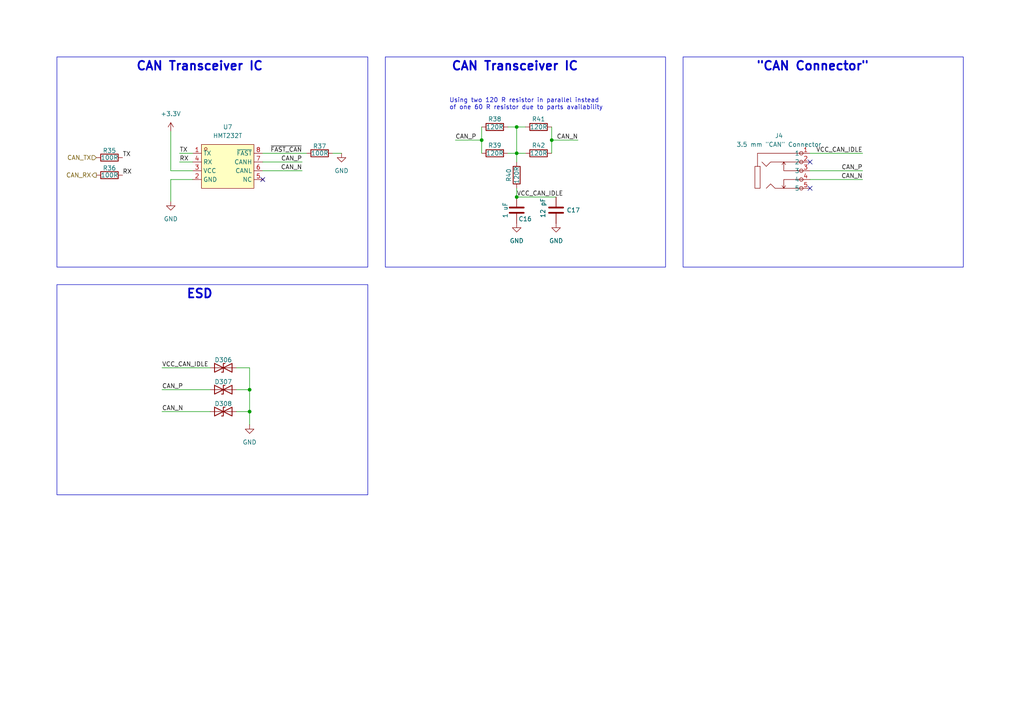
<source format=kicad_sch>
(kicad_sch (version 20250114) (generator "eeschema") (generator_version "9.0")
  (paper "A4")
  (title_block (title "Badge for RIOT Summit '25") (date "2025-08-03") (rev "0.1") (company "Marian Buschsieweke") (comment 1 "With lots of help from https://badge.team"))
  (lib_symbols
    (symbol "Device:C" (pin_numbers (hide yes)) (pin_names (offset 0.254))
      (property "Reference" "C" (at 0.635 2.54 0))
      (property "Value" "C" (at 0.635 -2.54 0))
      (symbol "C_0_1"
        (polyline (pts (xy -2.032 0.762) (xy 2.032 0.762)) (stroke (width 0.508)))
        (polyline (pts (xy -2.032 -0.762) (xy 2.032 -0.762)) (stroke (width 0.508)))
      )
      (symbol "C_1_1"
        (pin passive line (at 0 3.81 270) (length 2.794) (name "~") (number "1"))
        (pin passive line (at 0 -3.81 90) (length 2.794) (name "~") (number "2"))
      )
    )
    (symbol "Device:D_TVS" (pin_numbers (hide yes)) (pin_names (offset 1.016) (hide yes))
      (property "Reference" "D" (at 0 2.54 0))
      (property "Value" "D_TVS" (at 0 -2.54 0))
      (symbol "D_TVS_0_1"
        (polyline (pts (xy -2.54 1.27) (xy -2.54 -1.27) (xy 2.54 1.27) (xy 2.54 -1.27) (xy -2.54 1.27)) (stroke (width 0.254)))
        (polyline (pts (xy 0.508 1.27) (xy 0 1.27) (xy 0 -1.27) (xy -0.508 -1.27)) (stroke (width 0.254)))
        (polyline (pts (xy 1.27 0) (xy -1.27 0)))
      )
      (symbol "D_TVS_1_1"
        (pin passive line (at -3.81 0 0) (length 2.54) (name "A1") (number "1"))
        (pin passive line (at 3.81 0 180) (length 2.54) (name "A2") (number "2"))
      )
    )
    (symbol "Device:R" (pin_numbers (hide yes)) (pin_names (offset 0))
      (property "Reference" "R" (at 2.032 0 90))
      (property "Value" "R" (at 0 0 90))
      (symbol "R_0_1"
        (rectangle (start -1.016 -2.54) (end 1.016 2.54) (stroke (width 0.254)))
      )
      (symbol "R_1_1"
        (pin passive line (at 0 3.81 270) (length 1.27) (name "~") (number "1"))
        (pin passive line (at 0 -3.81 90) (length 1.27) (name "~") (number "2"))
      )
    )
    (symbol "custom:HMT232T"
      (property "Reference" "U" (at 0 8.89 0))
      (property "Value" "HMT232T" (at 0 -8.89 0))
      (symbol "HMT232T_0_1"
        (rectangle (start -7.62 6.35) (end 7.62 -6.35) (fill (type background)))
        (circle (center -6.35 5.08) (radius 0.38))
      )
      (symbol "HMT232T_1_1"
        (pin input line (at -10.16 3.81 0) (length 2.54) (name "TX") (number "1"))
        (pin output line (at -10.16 1.27 0) (length 2.54) (name "RX") (number "4"))
        (pin power_in line (at -10.16 -1.27 0) (length 2.54) (name "VCC") (number "3"))
        (pin power_out line (at -10.16 -3.81 0) (length 2.54) (name "GND") (number "2"))
        (pin input line (at 10.16 3.81 180) (length 2.54) (name "~{FAST}") (number "8"))
        (pin bidirectional line (at 10.16 1.27 180) (length 2.54) (name "CANH") (number "7"))
        (pin bidirectional line (at 10.16 -1.27 180) (length 2.54) (name "CANL") (number "6"))
        (pin no_connect line (at 10.16 -3.81 180) (length 2.54) (name "NC") (number "5"))
      )
    )
    (symbol "custom:PJ-3243.5mmAudiosockets"
      (property "Reference" "J" (at 0 8.89 0))
      (property "Value" "PJ-324 3.5mmAudio sockets" (at 0 -11.43 0))
      (symbol "PJ-3243.5mmAudiosockets_0_1"
        (polyline (pts (xy -7.62 0) (xy -6.86 0)))
        (polyline (pts (xy 0 3.81) (xy -7.62 3.81) (xy -7.62 0) (xy -8.38 0) (xy -8.38 -6.35) (xy -6.86 -6.35) (xy -6.86 0)))
        (polyline (pts (xy 0 1.27) (xy -0.51 0.51)))
        (polyline (pts (xy 0 1.27) (xy 0.51 0.51)))
        (polyline (pts (xy 0 -6.35) (xy -0.51 -5.59)))
        (polyline (pts (xy 0 -6.35) (xy 0.51 -5.59)))
        (polyline (pts (xy 5.08 3.81) (xy 0 3.81)))
        (circle (center 5.08 3.81) (radius 0.51))
        (polyline (pts (xy 5.08 1.27) (xy -3.81 1.27) (xy -5.08 0) (xy -6.35 1.27)))
        (circle (center 5.08 1.27) (radius 0.51))
        (polyline (pts (xy 5.08 -1.27) (xy 0 -1.27) (xy 0 1.27)))
        (circle (center 5.08 -1.27) (radius 0.51))
        (polyline (pts (xy 5.08 -3.81) (xy 0 -3.81) (xy 0 -6.35)))
        (circle (center 5.08 -3.81) (radius 0.51))
        (polyline (pts (xy 5.08 -6.35) (xy -2.54 -6.35) (xy -3.81 -5.08) (xy -5.08 -6.35)))
        (circle (center 5.08 -6.35) (radius 0.51))
      )
      (symbol "PJ-3243.5mmAudiosockets_1_1"
        (pin bidirectional line (at 7.62 3.81 180) (length 2.54) (name "1") (number "1"))
        (pin bidirectional line (at 7.62 1.27 180) (length 2.54) (name "2") (number "2"))
        (pin bidirectional line (at 7.62 -1.27 180) (length 2.54) (name "3") (number "3"))
        (pin bidirectional line (at 7.62 -3.81 180) (length 2.54) (name "4") (number "4"))
        (pin bidirectional line (at 7.62 -6.35 180) (length 2.54) (name "5") (number "5"))
      )
    )
    (symbol "power:+3.3V" (power) (pin_numbers (hide yes)) (pin_names (offset 0) (hide yes))
      (property "Value" "+3.3V" (at 0 3.556 0))
      (symbol "+3.3V_0_1"
        (polyline (pts (xy -0.762 1.27) (xy 0 2.54)))
        (polyline (pts (xy 0 2.54) (xy 0.762 1.27)))
        (polyline (pts (xy 0 0) (xy 0 2.54)))
      )
      (symbol "+3.3V_1_1"
        (pin power_in line (at 0 0 90) (length 0) (name "~") (number "1"))
      )
    )
    (symbol "power:GND" (power) (pin_numbers (hide yes)) (pin_names (offset 0) (hide yes))
      (property "Value" "GND" (at 0 -3.81 0))
      (symbol "GND_0_1"
        (polyline (pts (xy 0 0) (xy 0 -1.27) (xy 1.27 -1.27) (xy 0 -2.54) (xy -1.27 -1.27) (xy 0 -1.27)))
      )
      (symbol "GND_1_1"
        (pin power_in line (at 0 0 270) (length 0) (name "~") (number "1"))
      )
    )
  )
  (rectangle (start 198.12 16.51) (end 279.4 77.47))
  (rectangle (start 111.76 16.51) (end 193.04 77.47))
  (rectangle (start 16.51 16.51) (end 106.68 77.47))
  (rectangle (start 16.51 82.55) (end 106.68 143.51))
  (text "\"CAN Connector\"" (at 235.712 19.304 0) (effects (font (size 2.54 2.54) (thickness 0.508) (bold yes))))
  (text "CAN Transceiver IC" (at 149.352 19.304 0) (effects (font (size 2.54 2.54) (thickness 0.508) (bold yes))))
  (text "ESD" (at 57.912 85.344 0) (effects (font (size 2.54 2.54) (thickness 0.508) (bold yes))))
  (text "CAN Transceiver IC" (at 57.912 19.304 0) (effects (font (size 2.54 2.54) (thickness 0.508) (bold yes))))
  (text "Using two 120 R resistor in parallel instead\nof one 60 R resistor due to parts availability" (at 130.302 30.226 0) (effects (font (size 1.27 1.27)) (justify left)))
  (junction (at 149.86 36.83))
  (junction (at 139.7 40.64))
  (junction (at 149.86 57.15))
  (junction (at 72.39 119.38))
  (junction (at 160.02 40.64))
  (junction (at 72.39 113.03))
  (junction (at 149.86 44.45))
  (no_connect (at 234.95 46.99))
  (no_connect (at 234.95 54.61))
  (no_connect (at 76.2 52.07))
  (wire (pts (xy 160.02 40.64) (xy 160.02 44.45)))
  (wire (pts (xy 139.7 36.83) (xy 139.7 40.64)))
  (wire (pts (xy 52.07 44.45) (xy 55.88 44.45)))
  (wire (pts (xy 149.86 57.15) (xy 161.29 57.15)))
  (wire (pts (xy 76.2 46.99) (xy 87.63 46.99)))
  (wire (pts (xy 49.53 52.07) (xy 55.88 52.07)))
  (wire (pts (xy 149.86 54.61) (xy 149.86 57.15)))
  (wire (pts (xy 55.88 49.53) (xy 49.53 49.53)))
  (wire (pts (xy 68.58 119.38) (xy 72.39 119.38)))
  (wire (pts (xy 149.86 36.83) (xy 149.86 44.45)))
  (wire (pts (xy 149.86 44.45) (xy 152.4 44.45)))
  (wire (pts (xy 139.7 40.64) (xy 139.7 44.45)))
  (wire (pts (xy 68.58 113.03) (xy 72.39 113.03)))
  (wire (pts (xy 234.95 52.07) (xy 250.19 52.07)))
  (wire (pts (xy 72.39 106.68) (xy 72.39 113.03)))
  (wire (pts (xy 234.95 49.53) (xy 250.19 49.53)))
  (wire (pts (xy 46.99 119.38) (xy 60.96 119.38)))
  (wire (pts (xy 96.52 44.45) (xy 99.06 44.45)))
  (wire (pts (xy 147.32 36.83) (xy 149.86 36.83)))
  (wire (pts (xy 160.02 40.64) (xy 167.64 40.64)))
  (wire (pts (xy 149.86 44.45) (xy 149.86 46.99)))
  (wire (pts (xy 76.2 49.53) (xy 87.63 49.53)))
  (wire (pts (xy 234.95 44.45) (xy 250.19 44.45)))
  (wire (pts (xy 72.39 119.38) (xy 72.39 123.19)))
  (wire (pts (xy 72.39 113.03) (xy 72.39 119.38)))
  (wire (pts (xy 147.32 44.45) (xy 149.86 44.45)))
  (wire (pts (xy 46.99 106.68) (xy 60.96 106.68)))
  (wire (pts (xy 160.02 36.83) (xy 160.02 40.64)))
  (wire (pts (xy 52.07 46.99) (xy 55.88 46.99)))
  (wire (pts (xy 149.86 36.83) (xy 152.4 36.83)))
  (wire (pts (xy 49.53 49.53) (xy 49.53 38.1)))
  (wire (pts (xy 76.2 44.45) (xy 88.9 44.45)))
  (wire (pts (xy 132.08 40.64) (xy 139.7 40.64)))
  (wire (pts (xy 46.99 113.03) (xy 60.96 113.03)))
  (wire (pts (xy 68.58 106.68) (xy 72.39 106.68)))
  (wire (pts (xy 49.53 52.07) (xy 49.53 58.42)))
  (label "~{FAST_CAN}" (at 87.63 44.45 180))
  (label "TX" (at 35.56 45.72 0))
  (label "CAN_P" (at 250.19 49.53 180))
  (label "CAN_P" (at 87.63 46.99 180))
  (label "TX" (at 52.07 44.45 0))
  (label "CAN_N" (at 46.99 119.38 0))
  (label "CAN_P" (at 46.99 113.03 0))
  (label "CAN_N" (at 87.63 49.53 180))
  (label "RX" (at 52.07 46.99 0))
  (label "VCC_CAN_IDLE" (at 149.86 57.15 0))
  (label "RX" (at 35.56 50.8 0))
  (label "CAN_N" (at 167.64 40.64 180))
  (label "CAN_N" (at 250.19 52.07 180))
  (label "VCC_CAN_IDLE" (at 250.19 44.45 180))
  (label "CAN_P" (at 132.08 40.64 0))
  (label "VCC_CAN_IDLE" (at 46.99 106.68 0))
  (hierarchical_label "CAN_RX" (shape output) (at 27.94 50.8 180))
  (hierarchical_label "CAN_TX" (shape input) (at 27.94 45.72 180))
  (symbol (lib_id "Device:C") (at 161.29 60.96 0) (unit 1)
    (property "Reference" "C17" (at 164.338 60.96 0) (effects (justify left)))
    (property "Value" "12 pF" (at 157.48 63.246 90) (effects (justify left)))
    (property "Footprint" "Capacitor_SMD:C_0402_1005Metric" (effects (hide yes)))
    (property "Datasheet" "https://jlcpcb.com/api/file/downloadByFileSystemAccessId/8579707283237879808" (effects (hide yes)))
    (property "Description" "Unpolarized capacitor" (effects (hide yes)))
    (property "LCSC" "C1547" (effects (hide yes)))
  )
  (symbol (lib_id "Device:R") (at 31.75 50.8 90) (unit 1)
    (property "Reference" "R36" (at 31.75 48.768 90))
    (property "Value" "100R" (at 31.75 50.8 90))
    (property "Footprint" "Resistor_SMD:R_0402_1005Metric" (effects (hide yes)))
    (property "Datasheet" "https://jlcpcb.com/api/file/downloadByFileSystemAccessId/8579705907481001984" (effects (hide yes)))
    (property "Description" "Resistor" (effects (hide yes)))
    (property "LCSC" "C25076" (effects (hide yes)))
  )
  (symbol (lib_id "Device:D_TVS") (at 64.77 106.68 0) (unit 1)
    (property "Reference" "D306" (at 64.77 104.394 0))
    (property "Value" "D_TVS" (effects (hide yes)))
    (property "Footprint" "custom:SOD-882_L1.0-W0.6-BI" (effects (hide yes)))
    (property "Datasheet" "https://jlcpcb.com/api/file/downloadByFileSystemAccessId/8590905117283729408" (effects (hide yes)))
    (property "Description" "Bidirectional transient-voltage-suppression diode" (effects (hide yes)))
    (property "LCSC" "C7420372" (effects (hide yes)))
  )
  (symbol (lib_id "Device:R") (at 149.86 50.8 180) (unit 1)
    (property "Reference" "R40" (at 147.574 50.8 90))
    (property "Value" "120R" (at 149.86 50.8 90))
    (property "Footprint" "Resistor_SMD:R_0402_1005Metric" (effects (hide yes)))
    (property "Datasheet" "https://jlcpcb.com/api/file/downloadByFileSystemAccessId/8579705960430440448" (effects (hide yes)))
    (property "Description" "Resistor" (effects (hide yes)))
    (property "LCSC" "C25079" (effects (hide yes)))
  )
  (symbol (lib_id "power:GND") (at 161.29 64.77 0) (unit 1)
    (property "Reference" "#PWR062" (effects (hide yes)))
    (property "Value" "GND" (at 161.29 69.85 0))
    (property "Description" "Power symbol creates a global label with name \"GND\" , ground" (effects (hide yes)))
  )
  (symbol (lib_id "power:GND") (at 72.39 123.19 0) (unit 1)
    (property "Reference" "#PWR059" (effects (hide yes)))
    (property "Value" "GND" (at 72.39 128.27 0))
    (property "Description" "Power symbol creates a global label with name \"GND\" , ground" (effects (hide yes)))
  )
  (symbol (lib_id "power:GND") (at 49.53 58.42 0) (unit 1)
    (property "Reference" "#PWR058" (effects (hide yes)))
    (property "Value" "GND" (at 49.53 63.5 0))
    (property "Description" "Power symbol creates a global label with name \"GND\" , ground" (effects (hide yes)))
  )
  (symbol (lib_id "Device:R") (at 143.51 44.45 90) (unit 1)
    (property "Reference" "R39" (at 143.51 42.164 90))
    (property "Value" "120R" (at 143.51 44.45 90))
    (property "Footprint" "Resistor_SMD:R_0402_1005Metric" (effects (hide yes)))
    (property "Datasheet" "https://jlcpcb.com/api/file/downloadByFileSystemAccessId/8579705960430440448" (effects (hide yes)))
    (property "Description" "Resistor" (effects (hide yes)))
    (property "LCSC" "C25079" (effects (hide yes)))
  )
  (symbol (lib_id "power:+3.3V") (at 49.53 38.1 0) (unit 1)
    (property "Reference" "#PWR057" (effects (hide yes)))
    (property "Value" "+3.3V" (at 49.53 33.02 0))
    (property "Description" "Power symbol creates a global label with name \"+3.3V\"" (effects (hide yes)))
  )
  (symbol (lib_id "Device:R") (at 156.21 44.45 90) (unit 1)
    (property "Reference" "R42" (at 156.21 42.164 90))
    (property "Value" "120R" (at 156.21 44.45 90))
    (property "Footprint" "Resistor_SMD:R_0402_1005Metric" (effects (hide yes)))
    (property "Datasheet" "https://jlcpcb.com/api/file/downloadByFileSystemAccessId/8579705960430440448" (effects (hide yes)))
    (property "Description" "Resistor" (effects (hide yes)))
    (property "LCSC" "C25079" (effects (hide yes)))
  )
  (symbol (lib_id "Device:C") (at 149.86 60.96 0) (unit 1)
    (property "Reference" "C16" (at 150.368 63.5 0) (effects (justify left)))
    (property "Value" "1 uF" (at 146.558 60.96 90))
    (property "Footprint" "Capacitor_SMD:C_0402_1005Metric" (effects (hide yes)))
    (property "Datasheet" "https://jlcpcb.com/api/file/downloadByFileSystemAccessId/8579707174974914560" (effects (hide yes)))
    (property "Description" "Unpolarized capacitor" (effects (hide yes)))
    (property "LCSC" "C52923" (effects (hide yes)))
  )
  (symbol (lib_id "power:GND") (at 149.86 64.77 0) (unit 1)
    (property "Reference" "#PWR061" (effects (hide yes)))
    (property "Value" "GND" (at 149.86 69.85 0))
    (property "Description" "Power symbol creates a global label with name \"GND\" , ground" (effects (hide yes)))
  )
  (symbol (lib_id "Device:R") (at 92.71 44.45 90) (unit 1)
    (property "Reference" "R37" (at 92.71 42.418 90))
    (property "Value" "100R" (at 92.71 44.45 90))
    (property "Footprint" "Resistor_SMD:R_0402_1005Metric" (effects (hide yes)))
    (property "Datasheet" "https://jlcpcb.com/api/file/downloadByFileSystemAccessId/8579705907481001984" (effects (hide yes)))
    (property "Description" "Resistor" (effects (hide yes)))
    (property "LCSC" "C25076" (effects (hide yes)))
  )
  (symbol (lib_id "Device:R") (at 156.21 36.83 90) (unit 1)
    (property "Reference" "R41" (at 156.21 34.544 90))
    (property "Value" "120R" (at 156.21 36.83 90))
    (property "Footprint" "Resistor_SMD:R_0402_1005Metric" (effects (hide yes)))
    (property "Datasheet" "https://jlcpcb.com/api/file/downloadByFileSystemAccessId/8579705960430440448" (effects (hide yes)))
    (property "Description" "Resistor" (effects (hide yes)))
    (property "LCSC" "C25079" (effects (hide yes)))
  )
  (symbol (lib_id "power:GND") (at 99.06 44.45 0) (unit 1)
    (property "Reference" "#PWR060" (effects (hide yes)))
    (property "Value" "GND" (at 99.06 49.53 0))
    (property "Description" "Power symbol creates a global label with name \"GND\" , ground" (effects (hide yes)))
  )
  (symbol (lib_id "Device:D_TVS") (at 64.77 113.03 0) (unit 1)
    (property "Reference" "D307" (at 64.77 110.744 0))
    (property "Value" "D_TVS" (effects (hide yes)))
    (property "Footprint" "custom:SOD-882_L1.0-W0.6-BI" (effects (hide yes)))
    (property "Datasheet" "https://jlcpcb.com/api/file/downloadByFileSystemAccessId/8590905117283729408" (effects (hide yes)))
    (property "Description" "Bidirectional transient-voltage-suppression diode" (effects (hide yes)))
    (property "LCSC" "C7420372" (effects (hide yes)))
  )
  (symbol (lib_id "Device:R") (at 31.75 45.72 90) (unit 1)
    (property "Reference" "R35" (at 31.75 43.688 90))
    (property "Value" "100R" (at 31.75 45.72 90))
    (property "Footprint" "Resistor_SMD:R_0402_1005Metric" (effects (hide yes)))
    (property "Datasheet" "https://jlcpcb.com/api/file/downloadByFileSystemAccessId/8579705907481001984" (effects (hide yes)))
    (property "Description" "Resistor" (effects (hide yes)))
    (property "LCSC" "C25076" (effects (hide yes)))
  )
  (symbol (lib_id "custom:PJ-3243.5mmAudiosockets") (at 227.33 48.26 0) (unit 1)
    (property "Reference" "J4" (at 225.935 39.37 0))
    (property "Value" "3.5 mm \"CAN\" Connector" (at 225.935 41.91 0))
    (property "Footprint" "custom:AUDIO-TH_PJ324" (effects (hide yes)))
    (property "Datasheet" "https://lcsc.com/product-detail/Audio-Connectors_PJ-324_C34345.html" (effects (hide yes)))
    (property "Description" "3.5 mm Audio Connector" (effects (hide yes)))
    (property "LCSC" "C34345" (effects (hide yes)))
  )
  (symbol (lib_id "Device:D_TVS") (at 64.77 119.38 0) (unit 1)
    (property "Reference" "D308" (at 64.77 117.094 0))
    (property "Value" "D_TVS" (effects (hide yes)))
    (property "Footprint" "custom:SOD-882_L1.0-W0.6-BI" (effects (hide yes)))
    (property "Datasheet" "https://jlcpcb.com/api/file/downloadByFileSystemAccessId/8590905117283729408" (effects (hide yes)))
    (property "Description" "Bidirectional transient-voltage-suppression diode" (effects (hide yes)))
    (property "LCSC" "C7420372" (effects (hide yes)))
  )
  (symbol (lib_id "custom:HMT232T") (at 66.04 48.26 0) (unit 1)
    (property "Reference" "U7" (at 66.04 36.83 0))
    (property "Value" "HMT232T" (at 66.04 39.37 0))
    (property "Footprint" "Package_SO:SOIC-8_3.9x4.9mm_P1.27mm" (effects (hide yes)))
    (property "Datasheet" "https://lcsc.com/datasheet/lcsc_datasheet_2504101957_GATEMODE-HMT232T_C45662327.pdf" (effects (hide yes)))
    (property "Description" "3.3 V CAN Transceiver" (effects (hide yes)))
    (property "LCSC" "C45662327" (effects (hide yes)))
  )
  (symbol (lib_id "Device:R") (at 143.51 36.83 90) (unit 1)
    (property "Reference" "R38" (at 143.51 34.544 90))
    (property "Value" "120R" (at 143.51 36.83 90))
    (property "Footprint" "Resistor_SMD:R_0402_1005Metric" (effects (hide yes)))
    (property "Datasheet" "https://jlcpcb.com/api/file/downloadByFileSystemAccessId/8579705960430440448" (effects (hide yes)))
    (property "Description" "Resistor" (effects (hide yes)))
    (property "LCSC" "C25079" (effects (hide yes)))
  )
)
</source>
